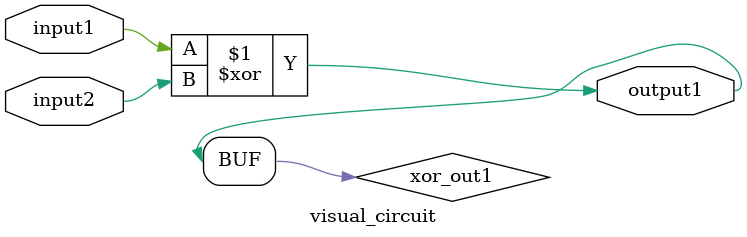
<source format=v>
module visual_circuit(
    input wire input1,
    input wire input2,
    output wire output1
);

    // Internal wires
    wire xor_out1;

    // Logic implementation
    assign xor_out1 = input1 ^ input2;
    assign output1 = xor_out1;

endmodule

</source>
